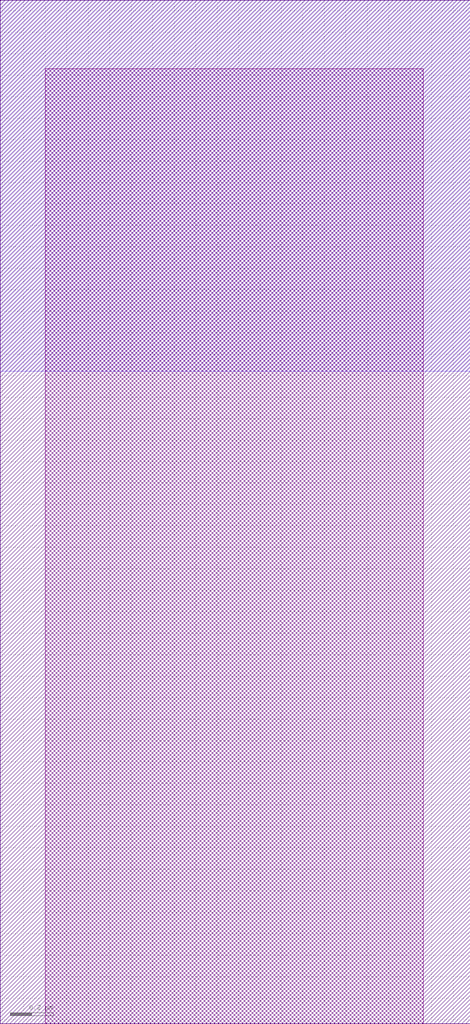
<source format=lef>
VERSION 5.7 ;
  NOWIREEXTENSIONATPIN ON ;
  DIVIDERCHAR "/" ;
  BUSBITCHARS "[]" ;
UNITS
  DATABASE MICRONS 200 ;
END UNITS

LAYER via2
  TYPE CUT ;
END via2

LAYER via
  TYPE CUT ;
END via

LAYER nwell
  TYPE MASTERSLICE ;
END nwell

LAYER via3
  TYPE CUT ;
END via3

LAYER pwell
  TYPE MASTERSLICE ;
END pwell

LAYER via4
  TYPE CUT ;
END via4

LAYER mcon
  TYPE CUT ;
END mcon

LAYER met6
  TYPE ROUTING ;
  WIDTH 0.030000 ;
  SPACING 0.040000 ;
  DIRECTION HORIZONTAL ;
END met6

LAYER met1
  TYPE ROUTING ;
  WIDTH 0.140000 ;
  SPACING 0.140000 ;
  DIRECTION HORIZONTAL ;
END met1

LAYER met3
  TYPE ROUTING ;
  WIDTH 0.300000 ;
  SPACING 0.300000 ;
  DIRECTION HORIZONTAL ;
END met3

LAYER met2
  TYPE ROUTING ;
  WIDTH 0.140000 ;
  SPACING 0.140000 ;
  DIRECTION HORIZONTAL ;
END met2

LAYER met4
  TYPE ROUTING ;
  WIDTH 0.300000 ;
  SPACING 0.300000 ;
  DIRECTION HORIZONTAL ;
END met4

LAYER met5
  TYPE ROUTING ;
  WIDTH 1.600000 ;
  SPACING 1.600000 ;
  DIRECTION HORIZONTAL ;
END met5

LAYER li1
  TYPE ROUTING ;
  WIDTH 0.170000 ;
  SPACING 0.170000 ;
  DIRECTION HORIZONTAL ;
END li1

MACRO sky130_hilas_TACoreBlock2
  CLASS BLOCK ;
  FOREIGN sky130_hilas_TACoreBlock2 ;
  ORIGIN 0.610 1.920 ;
  SIZE 2.190 BY 4.770 ;
  OBS
      LAYER nwell ;
        RECT -0.610 1.120 1.580 2.850 ;
      LAYER li1 ;
        RECT -0.400 -1.920 1.360 2.530 ;
  END
END sky130_hilas_TACoreBlock2
END LIBRARY


</source>
